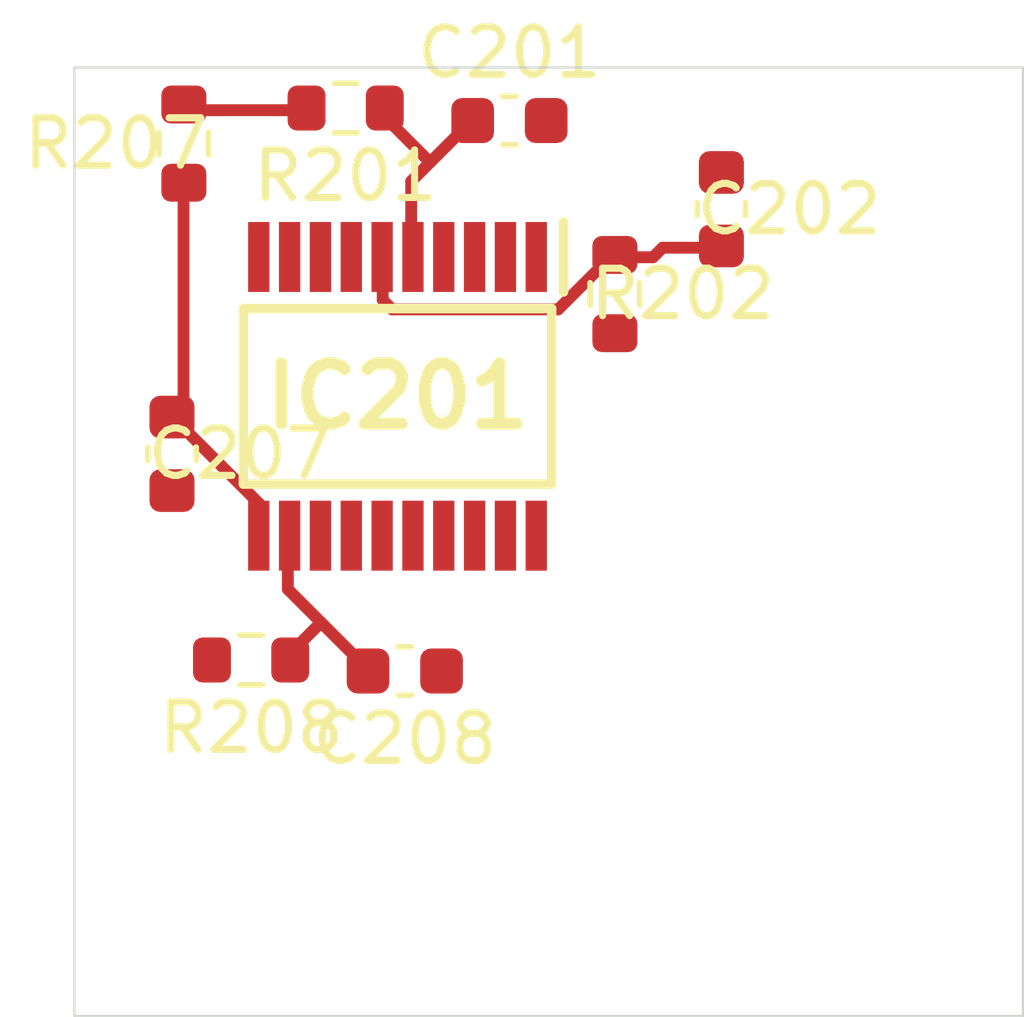
<source format=kicad_pcb>
 ( kicad_pcb  ( version 20171130 )
 ( host pcbnew 5.1.12-84ad8e8a86~92~ubuntu18.04.1 )
 ( general  ( thickness 1.6 )
 ( drawings 4 )
 ( tracks 0 )
 ( zones 0 )
 ( modules 9 )
 ( nets 19 )
)
 ( page A4 )
 ( layers  ( 0 F.Cu signal )
 ( 31 B.Cu signal )
 ( 32 B.Adhes user )
 ( 33 F.Adhes user )
 ( 34 B.Paste user )
 ( 35 F.Paste user )
 ( 36 B.SilkS user )
 ( 37 F.SilkS user )
 ( 38 B.Mask user )
 ( 39 F.Mask user )
 ( 40 Dwgs.User user )
 ( 41 Cmts.User user )
 ( 42 Eco1.User user )
 ( 43 Eco2.User user )
 ( 44 Edge.Cuts user )
 ( 45 Margin user )
 ( 46 B.CrtYd user )
 ( 47 F.CrtYd user )
 ( 48 B.Fab user )
 ( 49 F.Fab user )
)
 ( setup  ( last_trace_width 0.25 )
 ( trace_clearance 0.2 )
 ( zone_clearance 0.508 )
 ( zone_45_only no )
 ( trace_min 0.2 )
 ( via_size 0.8 )
 ( via_drill 0.4 )
 ( via_min_size 0.4 )
 ( via_min_drill 0.3 )
 ( uvia_size 0.3 )
 ( uvia_drill 0.1 )
 ( uvias_allowed no )
 ( uvia_min_size 0.2 )
 ( uvia_min_drill 0.1 )
 ( edge_width 0.05 )
 ( segment_width 0.2 )
 ( pcb_text_width 0.3 )
 ( pcb_text_size 1.5 1.5 )
 ( mod_edge_width 0.12 )
 ( mod_text_size 1 1 )
 ( mod_text_width 0.15 )
 ( pad_size 1.524 1.524 )
 ( pad_drill 0.762 )
 ( pad_to_mask_clearance 0 )
 ( aux_axis_origin 0 0 )
 ( visible_elements FFFFFF7F )
 ( pcbplotparams  ( layerselection 0x010fc_ffffffff )
 ( usegerberextensions false )
 ( usegerberattributes true )
 ( usegerberadvancedattributes true )
 ( creategerberjobfile true )
 ( excludeedgelayer true )
 ( linewidth 0.100000 )
 ( plotframeref false )
 ( viasonmask false )
 ( mode 1 )
 ( useauxorigin false )
 ( hpglpennumber 1 )
 ( hpglpenspeed 20 )
 ( hpglpendiameter 15.000000 )
 ( psnegative false )
 ( psa4output false )
 ( plotreference true )
 ( plotvalue true )
 ( plotinvisibletext false )
 ( padsonsilk false )
 ( subtractmaskfromsilk false )
 ( outputformat 1 )
 ( mirror false )
 ( drillshape 1 )
 ( scaleselection 1 )
 ( outputdirectory "" )
)
)
 ( net 0 "" )
 ( net 1 GND )
 ( net 2 /Sheet6235D886/ch0 )
 ( net 3 /Sheet6235D886/ch1 )
 ( net 4 /Sheet6235D886/ch2 )
 ( net 5 /Sheet6235D886/ch3 )
 ( net 6 /Sheet6235D886/ch4 )
 ( net 7 /Sheet6235D886/ch5 )
 ( net 8 /Sheet6235D886/ch6 )
 ( net 9 /Sheet6235D886/ch7 )
 ( net 10 VDD )
 ( net 11 VDDA )
 ( net 12 /Sheet6235D886/adc_csn )
 ( net 13 /Sheet6235D886/adc_sck )
 ( net 14 /Sheet6235D886/adc_sdi )
 ( net 15 /Sheet6235D886/adc_sdo )
 ( net 16 /Sheet6235D886/vp )
 ( net 17 /Sheet6248AD22/chn0 )
 ( net 18 /Sheet6248AD22/chn3 )
 ( net_class Default "This is the default net class."  ( clearance 0.2 )
 ( trace_width 0.25 )
 ( via_dia 0.8 )
 ( via_drill 0.4 )
 ( uvia_dia 0.3 )
 ( uvia_drill 0.1 )
 ( add_net /Sheet6235D886/adc_csn )
 ( add_net /Sheet6235D886/adc_sck )
 ( add_net /Sheet6235D886/adc_sdi )
 ( add_net /Sheet6235D886/adc_sdo )
 ( add_net /Sheet6235D886/ch0 )
 ( add_net /Sheet6235D886/ch1 )
 ( add_net /Sheet6235D886/ch2 )
 ( add_net /Sheet6235D886/ch3 )
 ( add_net /Sheet6235D886/ch4 )
 ( add_net /Sheet6235D886/ch5 )
 ( add_net /Sheet6235D886/ch6 )
 ( add_net /Sheet6235D886/ch7 )
 ( add_net /Sheet6235D886/vp )
 ( add_net /Sheet6248AD22/chn0 )
 ( add_net /Sheet6248AD22/chn3 )
 ( add_net GND )
 ( add_net VDD )
 ( add_net VDDA )
)
 ( module Capacitor_SMD:C_0603_1608Metric  ( layer F.Cu )
 ( tedit 5F68FEEE )
 ( tstamp 6234222D )
 ( at 89.171714 101.118217 )
 ( descr "Capacitor SMD 0603 (1608 Metric), square (rectangular) end terminal, IPC_7351 nominal, (Body size source: IPC-SM-782 page 76, https://www.pcb-3d.com/wordpress/wp-content/uploads/ipc-sm-782a_amendment_1_and_2.pdf), generated with kicad-footprint-generator" )
 ( tags capacitor )
 ( path /6235D887/623691C5 )
 ( attr smd )
 ( fp_text reference C201  ( at 0 -1.43 )
 ( layer F.SilkS )
 ( effects  ( font  ( size 1 1 )
 ( thickness 0.15 )
)
)
)
 ( fp_text value 0.1uF  ( at 0 1.43 )
 ( layer F.Fab )
 ( effects  ( font  ( size 1 1 )
 ( thickness 0.15 )
)
)
)
 ( fp_line  ( start -0.8 0.4 )
 ( end -0.8 -0.4 )
 ( layer F.Fab )
 ( width 0.1 )
)
 ( fp_line  ( start -0.8 -0.4 )
 ( end 0.8 -0.4 )
 ( layer F.Fab )
 ( width 0.1 )
)
 ( fp_line  ( start 0.8 -0.4 )
 ( end 0.8 0.4 )
 ( layer F.Fab )
 ( width 0.1 )
)
 ( fp_line  ( start 0.8 0.4 )
 ( end -0.8 0.4 )
 ( layer F.Fab )
 ( width 0.1 )
)
 ( fp_line  ( start -0.14058 -0.51 )
 ( end 0.14058 -0.51 )
 ( layer F.SilkS )
 ( width 0.12 )
)
 ( fp_line  ( start -0.14058 0.51 )
 ( end 0.14058 0.51 )
 ( layer F.SilkS )
 ( width 0.12 )
)
 ( fp_line  ( start -1.48 0.73 )
 ( end -1.48 -0.73 )
 ( layer F.CrtYd )
 ( width 0.05 )
)
 ( fp_line  ( start -1.48 -0.73 )
 ( end 1.48 -0.73 )
 ( layer F.CrtYd )
 ( width 0.05 )
)
 ( fp_line  ( start 1.48 -0.73 )
 ( end 1.48 0.73 )
 ( layer F.CrtYd )
 ( width 0.05 )
)
 ( fp_line  ( start 1.48 0.73 )
 ( end -1.48 0.73 )
 ( layer F.CrtYd )
 ( width 0.05 )
)
 ( fp_text user %R  ( at 0 0 )
 ( layer F.Fab )
 ( effects  ( font  ( size 0.4 0.4 )
 ( thickness 0.06 )
)
)
)
 ( pad 2 smd roundrect  ( at 0.775 0 )
 ( size 0.9 0.95 )
 ( layers F.Cu F.Mask F.Paste )
 ( roundrect_rratio 0.25 )
 ( net 1 GND )
)
 ( pad 1 smd roundrect  ( at -0.775 0 )
 ( size 0.9 0.95 )
 ( layers F.Cu F.Mask F.Paste )
 ( roundrect_rratio 0.25 )
 ( net 2 /Sheet6235D886/ch0 )
)
 ( model ${KISYS3DMOD}/Capacitor_SMD.3dshapes/C_0603_1608Metric.wrl  ( at  ( xyz 0 0 0 )
)
 ( scale  ( xyz 1 1 1 )
)
 ( rotate  ( xyz 0 0 0 )
)
)
)
 ( module Capacitor_SMD:C_0603_1608Metric  ( layer F.Cu )
 ( tedit 5F68FEEE )
 ( tstamp 6234223E )
 ( at 93.640119 102.987823 270.000000 )
 ( descr "Capacitor SMD 0603 (1608 Metric), square (rectangular) end terminal, IPC_7351 nominal, (Body size source: IPC-SM-782 page 76, https://www.pcb-3d.com/wordpress/wp-content/uploads/ipc-sm-782a_amendment_1_and_2.pdf), generated with kicad-footprint-generator" )
 ( tags capacitor )
 ( path /6235D887/62369EE0 )
 ( attr smd )
 ( fp_text reference C202  ( at 0 -1.43 )
 ( layer F.SilkS )
 ( effects  ( font  ( size 1 1 )
 ( thickness 0.15 )
)
)
)
 ( fp_text value 0.1uF  ( at 0 1.43 )
 ( layer F.Fab )
 ( effects  ( font  ( size 1 1 )
 ( thickness 0.15 )
)
)
)
 ( fp_line  ( start 1.48 0.73 )
 ( end -1.48 0.73 )
 ( layer F.CrtYd )
 ( width 0.05 )
)
 ( fp_line  ( start 1.48 -0.73 )
 ( end 1.48 0.73 )
 ( layer F.CrtYd )
 ( width 0.05 )
)
 ( fp_line  ( start -1.48 -0.73 )
 ( end 1.48 -0.73 )
 ( layer F.CrtYd )
 ( width 0.05 )
)
 ( fp_line  ( start -1.48 0.73 )
 ( end -1.48 -0.73 )
 ( layer F.CrtYd )
 ( width 0.05 )
)
 ( fp_line  ( start -0.14058 0.51 )
 ( end 0.14058 0.51 )
 ( layer F.SilkS )
 ( width 0.12 )
)
 ( fp_line  ( start -0.14058 -0.51 )
 ( end 0.14058 -0.51 )
 ( layer F.SilkS )
 ( width 0.12 )
)
 ( fp_line  ( start 0.8 0.4 )
 ( end -0.8 0.4 )
 ( layer F.Fab )
 ( width 0.1 )
)
 ( fp_line  ( start 0.8 -0.4 )
 ( end 0.8 0.4 )
 ( layer F.Fab )
 ( width 0.1 )
)
 ( fp_line  ( start -0.8 -0.4 )
 ( end 0.8 -0.4 )
 ( layer F.Fab )
 ( width 0.1 )
)
 ( fp_line  ( start -0.8 0.4 )
 ( end -0.8 -0.4 )
 ( layer F.Fab )
 ( width 0.1 )
)
 ( fp_text user %R  ( at 0 0 )
 ( layer F.Fab )
 ( effects  ( font  ( size 0.4 0.4 )
 ( thickness 0.06 )
)
)
)
 ( pad 1 smd roundrect  ( at -0.775 0 270.000000 )
 ( size 0.9 0.95 )
 ( layers F.Cu F.Mask F.Paste )
 ( roundrect_rratio 0.25 )
 ( net 1 GND )
)
 ( pad 2 smd roundrect  ( at 0.775 0 270.000000 )
 ( size 0.9 0.95 )
 ( layers F.Cu F.Mask F.Paste )
 ( roundrect_rratio 0.25 )
 ( net 3 /Sheet6235D886/ch1 )
)
 ( model ${KISYS3DMOD}/Capacitor_SMD.3dshapes/C_0603_1608Metric.wrl  ( at  ( xyz 0 0 0 )
)
 ( scale  ( xyz 1 1 1 )
)
 ( rotate  ( xyz 0 0 0 )
)
)
)
 ( module Capacitor_SMD:C_0603_1608Metric  ( layer F.Cu )
 ( tedit 5F68FEEE )
 ( tstamp 62342293 )
 ( at 82.057143 108.145369 270.000000 )
 ( descr "Capacitor SMD 0603 (1608 Metric), square (rectangular) end terminal, IPC_7351 nominal, (Body size source: IPC-SM-782 page 76, https://www.pcb-3d.com/wordpress/wp-content/uploads/ipc-sm-782a_amendment_1_and_2.pdf), generated with kicad-footprint-generator" )
 ( tags capacitor )
 ( path /6235D887/6238B3FE )
 ( attr smd )
 ( fp_text reference C207  ( at 0 -1.43 )
 ( layer F.SilkS )
 ( effects  ( font  ( size 1 1 )
 ( thickness 0.15 )
)
)
)
 ( fp_text value 0.1uF  ( at 0 1.43 )
 ( layer F.Fab )
 ( effects  ( font  ( size 1 1 )
 ( thickness 0.15 )
)
)
)
 ( fp_line  ( start -0.8 0.4 )
 ( end -0.8 -0.4 )
 ( layer F.Fab )
 ( width 0.1 )
)
 ( fp_line  ( start -0.8 -0.4 )
 ( end 0.8 -0.4 )
 ( layer F.Fab )
 ( width 0.1 )
)
 ( fp_line  ( start 0.8 -0.4 )
 ( end 0.8 0.4 )
 ( layer F.Fab )
 ( width 0.1 )
)
 ( fp_line  ( start 0.8 0.4 )
 ( end -0.8 0.4 )
 ( layer F.Fab )
 ( width 0.1 )
)
 ( fp_line  ( start -0.14058 -0.51 )
 ( end 0.14058 -0.51 )
 ( layer F.SilkS )
 ( width 0.12 )
)
 ( fp_line  ( start -0.14058 0.51 )
 ( end 0.14058 0.51 )
 ( layer F.SilkS )
 ( width 0.12 )
)
 ( fp_line  ( start -1.48 0.73 )
 ( end -1.48 -0.73 )
 ( layer F.CrtYd )
 ( width 0.05 )
)
 ( fp_line  ( start -1.48 -0.73 )
 ( end 1.48 -0.73 )
 ( layer F.CrtYd )
 ( width 0.05 )
)
 ( fp_line  ( start 1.48 -0.73 )
 ( end 1.48 0.73 )
 ( layer F.CrtYd )
 ( width 0.05 )
)
 ( fp_line  ( start 1.48 0.73 )
 ( end -1.48 0.73 )
 ( layer F.CrtYd )
 ( width 0.05 )
)
 ( fp_text user %R  ( at 0 0 )
 ( layer F.Fab )
 ( effects  ( font  ( size 0.4 0.4 )
 ( thickness 0.06 )
)
)
)
 ( pad 2 smd roundrect  ( at 0.775 0 270.000000 )
 ( size 0.9 0.95 )
 ( layers F.Cu F.Mask F.Paste )
 ( roundrect_rratio 0.25 )
 ( net 1 GND )
)
 ( pad 1 smd roundrect  ( at -0.775 0 270.000000 )
 ( size 0.9 0.95 )
 ( layers F.Cu F.Mask F.Paste )
 ( roundrect_rratio 0.25 )
 ( net 8 /Sheet6235D886/ch6 )
)
 ( model ${KISYS3DMOD}/Capacitor_SMD.3dshapes/C_0603_1608Metric.wrl  ( at  ( xyz 0 0 0 )
)
 ( scale  ( xyz 1 1 1 )
)
 ( rotate  ( xyz 0 0 0 )
)
)
)
 ( module Capacitor_SMD:C_0603_1608Metric  ( layer F.Cu )
 ( tedit 5F68FEEE )
 ( tstamp 623422A4 )
 ( at 86.965167 112.724157 180.000000 )
 ( descr "Capacitor SMD 0603 (1608 Metric), square (rectangular) end terminal, IPC_7351 nominal, (Body size source: IPC-SM-782 page 76, https://www.pcb-3d.com/wordpress/wp-content/uploads/ipc-sm-782a_amendment_1_and_2.pdf), generated with kicad-footprint-generator" )
 ( tags capacitor )
 ( path /6235D887/6238B404 )
 ( attr smd )
 ( fp_text reference C208  ( at 0 -1.43 )
 ( layer F.SilkS )
 ( effects  ( font  ( size 1 1 )
 ( thickness 0.15 )
)
)
)
 ( fp_text value 0.1uF  ( at 0 1.43 )
 ( layer F.Fab )
 ( effects  ( font  ( size 1 1 )
 ( thickness 0.15 )
)
)
)
 ( fp_line  ( start 1.48 0.73 )
 ( end -1.48 0.73 )
 ( layer F.CrtYd )
 ( width 0.05 )
)
 ( fp_line  ( start 1.48 -0.73 )
 ( end 1.48 0.73 )
 ( layer F.CrtYd )
 ( width 0.05 )
)
 ( fp_line  ( start -1.48 -0.73 )
 ( end 1.48 -0.73 )
 ( layer F.CrtYd )
 ( width 0.05 )
)
 ( fp_line  ( start -1.48 0.73 )
 ( end -1.48 -0.73 )
 ( layer F.CrtYd )
 ( width 0.05 )
)
 ( fp_line  ( start -0.14058 0.51 )
 ( end 0.14058 0.51 )
 ( layer F.SilkS )
 ( width 0.12 )
)
 ( fp_line  ( start -0.14058 -0.51 )
 ( end 0.14058 -0.51 )
 ( layer F.SilkS )
 ( width 0.12 )
)
 ( fp_line  ( start 0.8 0.4 )
 ( end -0.8 0.4 )
 ( layer F.Fab )
 ( width 0.1 )
)
 ( fp_line  ( start 0.8 -0.4 )
 ( end 0.8 0.4 )
 ( layer F.Fab )
 ( width 0.1 )
)
 ( fp_line  ( start -0.8 -0.4 )
 ( end 0.8 -0.4 )
 ( layer F.Fab )
 ( width 0.1 )
)
 ( fp_line  ( start -0.8 0.4 )
 ( end -0.8 -0.4 )
 ( layer F.Fab )
 ( width 0.1 )
)
 ( fp_text user %R  ( at 0 0 )
 ( layer F.Fab )
 ( effects  ( font  ( size 0.4 0.4 )
 ( thickness 0.06 )
)
)
)
 ( pad 1 smd roundrect  ( at -0.775 0 180.000000 )
 ( size 0.9 0.95 )
 ( layers F.Cu F.Mask F.Paste )
 ( roundrect_rratio 0.25 )
 ( net 1 GND )
)
 ( pad 2 smd roundrect  ( at 0.775 0 180.000000 )
 ( size 0.9 0.95 )
 ( layers F.Cu F.Mask F.Paste )
 ( roundrect_rratio 0.25 )
 ( net 9 /Sheet6235D886/ch7 )
)
 ( model ${KISYS3DMOD}/Capacitor_SMD.3dshapes/C_0603_1608Metric.wrl  ( at  ( xyz 0 0 0 )
)
 ( scale  ( xyz 1 1 1 )
)
 ( rotate  ( xyz 0 0 0 )
)
)
)
 ( module MCP3564R-E_ST:SOP65P640X120-20N locked  ( layer F.Cu )
 ( tedit 623351C2 )
 ( tstamp 623423D6 )
 ( at 86.812100 106.933000 270.000000 )
 ( descr "20-Lead Plastic Thin Shrink Small Outline (ST) - 4.4mm body [TSSOP]" )
 ( tags "Integrated Circuit" )
 ( path /6235D887/6235E071 )
 ( attr smd )
 ( fp_text reference IC201  ( at 0 0 )
 ( layer F.SilkS )
 ( effects  ( font  ( size 1.27 1.27 )
 ( thickness 0.254 )
)
)
)
 ( fp_text value MCP3564R-E_ST  ( at 0 0 )
 ( layer F.SilkS )
hide  ( effects  ( font  ( size 1.27 1.27 )
 ( thickness 0.254 )
)
)
)
 ( fp_line  ( start -3.925 -3.55 )
 ( end 3.925 -3.55 )
 ( layer Dwgs.User )
 ( width 0.05 )
)
 ( fp_line  ( start 3.925 -3.55 )
 ( end 3.925 3.55 )
 ( layer Dwgs.User )
 ( width 0.05 )
)
 ( fp_line  ( start 3.925 3.55 )
 ( end -3.925 3.55 )
 ( layer Dwgs.User )
 ( width 0.05 )
)
 ( fp_line  ( start -3.925 3.55 )
 ( end -3.925 -3.55 )
 ( layer Dwgs.User )
 ( width 0.05 )
)
 ( fp_line  ( start -2.2 -3.25 )
 ( end 2.2 -3.25 )
 ( layer Dwgs.User )
 ( width 0.1 )
)
 ( fp_line  ( start 2.2 -3.25 )
 ( end 2.2 3.25 )
 ( layer Dwgs.User )
 ( width 0.1 )
)
 ( fp_line  ( start 2.2 3.25 )
 ( end -2.2 3.25 )
 ( layer Dwgs.User )
 ( width 0.1 )
)
 ( fp_line  ( start -2.2 3.25 )
 ( end -2.2 -3.25 )
 ( layer Dwgs.User )
 ( width 0.1 )
)
 ( fp_line  ( start -2.2 -2.6 )
 ( end -1.55 -3.25 )
 ( layer Dwgs.User )
 ( width 0.1 )
)
 ( fp_line  ( start -1.85 -3.25 )
 ( end 1.85 -3.25 )
 ( layer F.SilkS )
 ( width 0.2 )
)
 ( fp_line  ( start 1.85 -3.25 )
 ( end 1.85 3.25 )
 ( layer F.SilkS )
 ( width 0.2 )
)
 ( fp_line  ( start 1.85 3.25 )
 ( end -1.85 3.25 )
 ( layer F.SilkS )
 ( width 0.2 )
)
 ( fp_line  ( start -1.85 3.25 )
 ( end -1.85 -3.25 )
 ( layer F.SilkS )
 ( width 0.2 )
)
 ( fp_line  ( start -3.675 -3.5 )
 ( end -2.2 -3.5 )
 ( layer F.SilkS )
 ( width 0.2 )
)
 ( pad 1 smd rect  ( at -2.938 -2.925 )
 ( size 0.45 1.475 )
 ( layers F.Cu F.Mask F.Paste )
 ( net 11 VDDA )
)
 ( pad 2 smd rect  ( at -2.938 -2.275 )
 ( size 0.45 1.475 )
 ( layers F.Cu F.Mask F.Paste )
 ( net 1 GND )
)
 ( pad 3 smd rect  ( at -2.938 -1.625 )
 ( size 0.45 1.475 )
 ( layers F.Cu F.Mask F.Paste )
 ( net 1 GND )
)
 ( pad 4 smd rect  ( at -2.938 -0.975 )
 ( size 0.45 1.475 )
 ( layers F.Cu F.Mask F.Paste )
)
 ( pad 5 smd rect  ( at -2.938 -0.325 )
 ( size 0.45 1.475 )
 ( layers F.Cu F.Mask F.Paste )
 ( net 2 /Sheet6235D886/ch0 )
)
 ( pad 6 smd rect  ( at -2.938 0.325 )
 ( size 0.45 1.475 )
 ( layers F.Cu F.Mask F.Paste )
 ( net 3 /Sheet6235D886/ch1 )
)
 ( pad 7 smd rect  ( at -2.938 0.975 )
 ( size 0.45 1.475 )
 ( layers F.Cu F.Mask F.Paste )
 ( net 4 /Sheet6235D886/ch2 )
)
 ( pad 8 smd rect  ( at -2.938 1.625 )
 ( size 0.45 1.475 )
 ( layers F.Cu F.Mask F.Paste )
 ( net 5 /Sheet6235D886/ch3 )
)
 ( pad 9 smd rect  ( at -2.938 2.275 )
 ( size 0.45 1.475 )
 ( layers F.Cu F.Mask F.Paste )
 ( net 6 /Sheet6235D886/ch4 )
)
 ( pad 10 smd rect  ( at -2.938 2.925 )
 ( size 0.45 1.475 )
 ( layers F.Cu F.Mask F.Paste )
 ( net 7 /Sheet6235D886/ch5 )
)
 ( pad 11 smd rect  ( at 2.938 2.925 )
 ( size 0.45 1.475 )
 ( layers F.Cu F.Mask F.Paste )
 ( net 8 /Sheet6235D886/ch6 )
)
 ( pad 12 smd rect  ( at 2.938 2.275 )
 ( size 0.45 1.475 )
 ( layers F.Cu F.Mask F.Paste )
 ( net 9 /Sheet6235D886/ch7 )
)
 ( pad 13 smd rect  ( at 2.938 1.625 )
 ( size 0.45 1.475 )
 ( layers F.Cu F.Mask F.Paste )
 ( net 12 /Sheet6235D886/adc_csn )
)
 ( pad 14 smd rect  ( at 2.938 0.975 )
 ( size 0.45 1.475 )
 ( layers F.Cu F.Mask F.Paste )
 ( net 13 /Sheet6235D886/adc_sck )
)
 ( pad 15 smd rect  ( at 2.938 0.325 )
 ( size 0.45 1.475 )
 ( layers F.Cu F.Mask F.Paste )
 ( net 14 /Sheet6235D886/adc_sdi )
)
 ( pad 16 smd rect  ( at 2.938 -0.325 )
 ( size 0.45 1.475 )
 ( layers F.Cu F.Mask F.Paste )
 ( net 15 /Sheet6235D886/adc_sdo )
)
 ( pad 17 smd rect  ( at 2.938 -0.975 )
 ( size 0.45 1.475 )
 ( layers F.Cu F.Mask F.Paste )
)
 ( pad 18 smd rect  ( at 2.938 -1.625 )
 ( size 0.45 1.475 )
 ( layers F.Cu F.Mask F.Paste )
)
 ( pad 19 smd rect  ( at 2.938 -2.275 )
 ( size 0.45 1.475 )
 ( layers F.Cu F.Mask F.Paste )
 ( net 1 GND )
)
 ( pad 20 smd rect  ( at 2.938 -2.925 )
 ( size 0.45 1.475 )
 ( layers F.Cu F.Mask F.Paste )
 ( net 10 VDD )
)
)
 ( module Resistor_SMD:R_0603_1608Metric  ( layer F.Cu )
 ( tedit 5F68FEEE )
 ( tstamp 6234250D )
 ( at 85.718755 100.855000 180.000000 )
 ( descr "Resistor SMD 0603 (1608 Metric), square (rectangular) end terminal, IPC_7351 nominal, (Body size source: IPC-SM-782 page 72, https://www.pcb-3d.com/wordpress/wp-content/uploads/ipc-sm-782a_amendment_1_and_2.pdf), generated with kicad-footprint-generator" )
 ( tags resistor )
 ( path /6235D887/623641B7 )
 ( attr smd )
 ( fp_text reference R201  ( at 0 -1.43 )
 ( layer F.SilkS )
 ( effects  ( font  ( size 1 1 )
 ( thickness 0.15 )
)
)
)
 ( fp_text value 1k  ( at 0 1.43 )
 ( layer F.Fab )
 ( effects  ( font  ( size 1 1 )
 ( thickness 0.15 )
)
)
)
 ( fp_line  ( start -0.8 0.4125 )
 ( end -0.8 -0.4125 )
 ( layer F.Fab )
 ( width 0.1 )
)
 ( fp_line  ( start -0.8 -0.4125 )
 ( end 0.8 -0.4125 )
 ( layer F.Fab )
 ( width 0.1 )
)
 ( fp_line  ( start 0.8 -0.4125 )
 ( end 0.8 0.4125 )
 ( layer F.Fab )
 ( width 0.1 )
)
 ( fp_line  ( start 0.8 0.4125 )
 ( end -0.8 0.4125 )
 ( layer F.Fab )
 ( width 0.1 )
)
 ( fp_line  ( start -0.237258 -0.5225 )
 ( end 0.237258 -0.5225 )
 ( layer F.SilkS )
 ( width 0.12 )
)
 ( fp_line  ( start -0.237258 0.5225 )
 ( end 0.237258 0.5225 )
 ( layer F.SilkS )
 ( width 0.12 )
)
 ( fp_line  ( start -1.48 0.73 )
 ( end -1.48 -0.73 )
 ( layer F.CrtYd )
 ( width 0.05 )
)
 ( fp_line  ( start -1.48 -0.73 )
 ( end 1.48 -0.73 )
 ( layer F.CrtYd )
 ( width 0.05 )
)
 ( fp_line  ( start 1.48 -0.73 )
 ( end 1.48 0.73 )
 ( layer F.CrtYd )
 ( width 0.05 )
)
 ( fp_line  ( start 1.48 0.73 )
 ( end -1.48 0.73 )
 ( layer F.CrtYd )
 ( width 0.05 )
)
 ( fp_text user %R  ( at 0 0 )
 ( layer F.Fab )
 ( effects  ( font  ( size 0.4 0.4 )
 ( thickness 0.06 )
)
)
)
 ( pad 2 smd roundrect  ( at 0.825 0 180.000000 )
 ( size 0.8 0.95 )
 ( layers F.Cu F.Mask F.Paste )
 ( roundrect_rratio 0.25 )
 ( net 16 /Sheet6235D886/vp )
)
 ( pad 1 smd roundrect  ( at -0.825 0 180.000000 )
 ( size 0.8 0.95 )
 ( layers F.Cu F.Mask F.Paste )
 ( roundrect_rratio 0.25 )
 ( net 2 /Sheet6235D886/ch0 )
)
 ( model ${KISYS3DMOD}/Resistor_SMD.3dshapes/R_0603_1608Metric.wrl  ( at  ( xyz 0 0 0 )
)
 ( scale  ( xyz 1 1 1 )
)
 ( rotate  ( xyz 0 0 0 )
)
)
)
 ( module Resistor_SMD:R_0603_1608Metric  ( layer F.Cu )
 ( tedit 5F68FEEE )
 ( tstamp 6234251E )
 ( at 91.395009 104.776824 270.000000 )
 ( descr "Resistor SMD 0603 (1608 Metric), square (rectangular) end terminal, IPC_7351 nominal, (Body size source: IPC-SM-782 page 72, https://www.pcb-3d.com/wordpress/wp-content/uploads/ipc-sm-782a_amendment_1_and_2.pdf), generated with kicad-footprint-generator" )
 ( tags resistor )
 ( path /6235D887/6236A646 )
 ( attr smd )
 ( fp_text reference R202  ( at 0 -1.43 )
 ( layer F.SilkS )
 ( effects  ( font  ( size 1 1 )
 ( thickness 0.15 )
)
)
)
 ( fp_text value 1k  ( at 0 1.43 )
 ( layer F.Fab )
 ( effects  ( font  ( size 1 1 )
 ( thickness 0.15 )
)
)
)
 ( fp_line  ( start 1.48 0.73 )
 ( end -1.48 0.73 )
 ( layer F.CrtYd )
 ( width 0.05 )
)
 ( fp_line  ( start 1.48 -0.73 )
 ( end 1.48 0.73 )
 ( layer F.CrtYd )
 ( width 0.05 )
)
 ( fp_line  ( start -1.48 -0.73 )
 ( end 1.48 -0.73 )
 ( layer F.CrtYd )
 ( width 0.05 )
)
 ( fp_line  ( start -1.48 0.73 )
 ( end -1.48 -0.73 )
 ( layer F.CrtYd )
 ( width 0.05 )
)
 ( fp_line  ( start -0.237258 0.5225 )
 ( end 0.237258 0.5225 )
 ( layer F.SilkS )
 ( width 0.12 )
)
 ( fp_line  ( start -0.237258 -0.5225 )
 ( end 0.237258 -0.5225 )
 ( layer F.SilkS )
 ( width 0.12 )
)
 ( fp_line  ( start 0.8 0.4125 )
 ( end -0.8 0.4125 )
 ( layer F.Fab )
 ( width 0.1 )
)
 ( fp_line  ( start 0.8 -0.4125 )
 ( end 0.8 0.4125 )
 ( layer F.Fab )
 ( width 0.1 )
)
 ( fp_line  ( start -0.8 -0.4125 )
 ( end 0.8 -0.4125 )
 ( layer F.Fab )
 ( width 0.1 )
)
 ( fp_line  ( start -0.8 0.4125 )
 ( end -0.8 -0.4125 )
 ( layer F.Fab )
 ( width 0.1 )
)
 ( fp_text user %R  ( at 0 0 )
 ( layer F.Fab )
 ( effects  ( font  ( size 0.4 0.4 )
 ( thickness 0.06 )
)
)
)
 ( pad 1 smd roundrect  ( at -0.825 0 270.000000 )
 ( size 0.8 0.95 )
 ( layers F.Cu F.Mask F.Paste )
 ( roundrect_rratio 0.25 )
 ( net 3 /Sheet6235D886/ch1 )
)
 ( pad 2 smd roundrect  ( at 0.825 0 270.000000 )
 ( size 0.8 0.95 )
 ( layers F.Cu F.Mask F.Paste )
 ( roundrect_rratio 0.25 )
 ( net 17 /Sheet6248AD22/chn0 )
)
 ( model ${KISYS3DMOD}/Resistor_SMD.3dshapes/R_0603_1608Metric.wrl  ( at  ( xyz 0 0 0 )
)
 ( scale  ( xyz 1 1 1 )
)
 ( rotate  ( xyz 0 0 0 )
)
)
)
 ( module Resistor_SMD:R_0603_1608Metric  ( layer F.Cu )
 ( tedit 5F68FEEE )
 ( tstamp 62342573 )
 ( at 82.307273 101.605000 90.000000 )
 ( descr "Resistor SMD 0603 (1608 Metric), square (rectangular) end terminal, IPC_7351 nominal, (Body size source: IPC-SM-782 page 72, https://www.pcb-3d.com/wordpress/wp-content/uploads/ipc-sm-782a_amendment_1_and_2.pdf), generated with kicad-footprint-generator" )
 ( tags resistor )
 ( path /6235D887/6238B3F8 )
 ( attr smd )
 ( fp_text reference R207  ( at 0 -1.43 )
 ( layer F.SilkS )
 ( effects  ( font  ( size 1 1 )
 ( thickness 0.15 )
)
)
)
 ( fp_text value 1k  ( at 0 1.43 )
 ( layer F.Fab )
 ( effects  ( font  ( size 1 1 )
 ( thickness 0.15 )
)
)
)
 ( fp_line  ( start -0.8 0.4125 )
 ( end -0.8 -0.4125 )
 ( layer F.Fab )
 ( width 0.1 )
)
 ( fp_line  ( start -0.8 -0.4125 )
 ( end 0.8 -0.4125 )
 ( layer F.Fab )
 ( width 0.1 )
)
 ( fp_line  ( start 0.8 -0.4125 )
 ( end 0.8 0.4125 )
 ( layer F.Fab )
 ( width 0.1 )
)
 ( fp_line  ( start 0.8 0.4125 )
 ( end -0.8 0.4125 )
 ( layer F.Fab )
 ( width 0.1 )
)
 ( fp_line  ( start -0.237258 -0.5225 )
 ( end 0.237258 -0.5225 )
 ( layer F.SilkS )
 ( width 0.12 )
)
 ( fp_line  ( start -0.237258 0.5225 )
 ( end 0.237258 0.5225 )
 ( layer F.SilkS )
 ( width 0.12 )
)
 ( fp_line  ( start -1.48 0.73 )
 ( end -1.48 -0.73 )
 ( layer F.CrtYd )
 ( width 0.05 )
)
 ( fp_line  ( start -1.48 -0.73 )
 ( end 1.48 -0.73 )
 ( layer F.CrtYd )
 ( width 0.05 )
)
 ( fp_line  ( start 1.48 -0.73 )
 ( end 1.48 0.73 )
 ( layer F.CrtYd )
 ( width 0.05 )
)
 ( fp_line  ( start 1.48 0.73 )
 ( end -1.48 0.73 )
 ( layer F.CrtYd )
 ( width 0.05 )
)
 ( fp_text user %R  ( at 0 0 )
 ( layer F.Fab )
 ( effects  ( font  ( size 0.4 0.4 )
 ( thickness 0.06 )
)
)
)
 ( pad 2 smd roundrect  ( at 0.825 0 90.000000 )
 ( size 0.8 0.95 )
 ( layers F.Cu F.Mask F.Paste )
 ( roundrect_rratio 0.25 )
 ( net 16 /Sheet6235D886/vp )
)
 ( pad 1 smd roundrect  ( at -0.825 0 90.000000 )
 ( size 0.8 0.95 )
 ( layers F.Cu F.Mask F.Paste )
 ( roundrect_rratio 0.25 )
 ( net 8 /Sheet6235D886/ch6 )
)
 ( model ${KISYS3DMOD}/Resistor_SMD.3dshapes/R_0603_1608Metric.wrl  ( at  ( xyz 0 0 0 )
)
 ( scale  ( xyz 1 1 1 )
)
 ( rotate  ( xyz 0 0 0 )
)
)
)
 ( module Resistor_SMD:R_0603_1608Metric  ( layer F.Cu )
 ( tedit 5F68FEEE )
 ( tstamp 62342584 )
 ( at 83.724992 112.492139 180.000000 )
 ( descr "Resistor SMD 0603 (1608 Metric), square (rectangular) end terminal, IPC_7351 nominal, (Body size source: IPC-SM-782 page 72, https://www.pcb-3d.com/wordpress/wp-content/uploads/ipc-sm-782a_amendment_1_and_2.pdf), generated with kicad-footprint-generator" )
 ( tags resistor )
 ( path /6235D887/6238B40A )
 ( attr smd )
 ( fp_text reference R208  ( at 0 -1.43 )
 ( layer F.SilkS )
 ( effects  ( font  ( size 1 1 )
 ( thickness 0.15 )
)
)
)
 ( fp_text value 1k  ( at 0 1.43 )
 ( layer F.Fab )
 ( effects  ( font  ( size 1 1 )
 ( thickness 0.15 )
)
)
)
 ( fp_line  ( start 1.48 0.73 )
 ( end -1.48 0.73 )
 ( layer F.CrtYd )
 ( width 0.05 )
)
 ( fp_line  ( start 1.48 -0.73 )
 ( end 1.48 0.73 )
 ( layer F.CrtYd )
 ( width 0.05 )
)
 ( fp_line  ( start -1.48 -0.73 )
 ( end 1.48 -0.73 )
 ( layer F.CrtYd )
 ( width 0.05 )
)
 ( fp_line  ( start -1.48 0.73 )
 ( end -1.48 -0.73 )
 ( layer F.CrtYd )
 ( width 0.05 )
)
 ( fp_line  ( start -0.237258 0.5225 )
 ( end 0.237258 0.5225 )
 ( layer F.SilkS )
 ( width 0.12 )
)
 ( fp_line  ( start -0.237258 -0.5225 )
 ( end 0.237258 -0.5225 )
 ( layer F.SilkS )
 ( width 0.12 )
)
 ( fp_line  ( start 0.8 0.4125 )
 ( end -0.8 0.4125 )
 ( layer F.Fab )
 ( width 0.1 )
)
 ( fp_line  ( start 0.8 -0.4125 )
 ( end 0.8 0.4125 )
 ( layer F.Fab )
 ( width 0.1 )
)
 ( fp_line  ( start -0.8 -0.4125 )
 ( end 0.8 -0.4125 )
 ( layer F.Fab )
 ( width 0.1 )
)
 ( fp_line  ( start -0.8 0.4125 )
 ( end -0.8 -0.4125 )
 ( layer F.Fab )
 ( width 0.1 )
)
 ( fp_text user %R  ( at 0 0 )
 ( layer F.Fab )
 ( effects  ( font  ( size 0.4 0.4 )
 ( thickness 0.06 )
)
)
)
 ( pad 1 smd roundrect  ( at -0.825 0 180.000000 )
 ( size 0.8 0.95 )
 ( layers F.Cu F.Mask F.Paste )
 ( roundrect_rratio 0.25 )
 ( net 9 /Sheet6235D886/ch7 )
)
 ( pad 2 smd roundrect  ( at 0.825 0 180.000000 )
 ( size 0.8 0.95 )
 ( layers F.Cu F.Mask F.Paste )
 ( roundrect_rratio 0.25 )
 ( net 18 /Sheet6248AD22/chn3 )
)
 ( model ${KISYS3DMOD}/Resistor_SMD.3dshapes/R_0603_1608Metric.wrl  ( at  ( xyz 0 0 0 )
)
 ( scale  ( xyz 1 1 1 )
)
 ( rotate  ( xyz 0 0 0 )
)
)
)
 ( gr_line  ( start 100 100 )
 ( end 100 120 )
 ( layer Edge.Cuts )
 ( width 0.05 )
 ( tstamp 62E770C4 )
)
 ( gr_line  ( start 80 120 )
 ( end 100 120 )
 ( layer Edge.Cuts )
 ( width 0.05 )
 ( tstamp 62E770C0 )
)
 ( gr_line  ( start 80 100 )
 ( end 100 100 )
 ( layer Edge.Cuts )
 ( width 0.05 )
 ( tstamp 6234110C )
)
 ( gr_line  ( start 80 100 )
 ( end 80 120 )
 ( layer Edge.Cuts )
 ( width 0.05 )
)
 ( segment  ( start 87.100001 104.000002 )
 ( end 87.100001 102.400002 )
 ( width 0.250000 )
 ( layer F.Cu )
 ( net 2 )
)
 ( segment  ( start 87.100001 102.400002 )
 ( end 88.400001 101.100002 )
 ( width 0.250000 )
 ( layer F.Cu )
 ( net 2 )
)
 ( segment  ( start 86.500001 100.900002 )
 ( end 86.500001 101.000002 )
 ( width 0.250000 )
 ( layer F.Cu )
 ( net 2 )
)
 ( segment  ( start 86.500001 101.000002 )
 ( end 87.500001 102.000002 )
 ( width 0.250000 )
 ( layer F.Cu )
 ( net 2 )
)
 ( segment  ( start 86.500001 104.000002 )
 ( end 86.500001 104.900002 )
 ( width 0.250000 )
 ( layer F.Cu )
 ( net 3 )
)
 ( segment  ( start 86.500001 104.900002 )
 ( end 86.700001 105.100002 )
 ( width 0.250000 )
 ( layer F.Cu )
 ( net 3 )
)
 ( segment  ( start 86.700001 105.100002 )
 ( end 90.200001 105.100002 )
 ( width 0.250000 )
 ( layer F.Cu )
 ( net 3 )
)
 ( segment  ( start 90.200001 105.100002 )
 ( end 91.300001 104.000002 )
 ( width 0.250000 )
 ( layer F.Cu )
 ( net 3 )
)
 ( segment  ( start 91.300001 104.000002 )
 ( end 92.200001 104.000002 )
 ( width 0.250000 )
 ( layer F.Cu )
 ( net 3 )
)
 ( segment  ( start 92.200001 104.000002 )
 ( end 92.400001 103.800002 )
 ( width 0.250000 )
 ( layer F.Cu )
 ( net 3 )
)
 ( segment  ( start 92.400001 103.800002 )
 ( end 93.600001 103.800002 )
 ( width 0.250000 )
 ( layer F.Cu )
 ( net 3 )
)
 ( segment  ( start 83.900001 109.900002 )
 ( end 83.900001 109.200002 )
 ( width 0.250000 )
 ( layer F.Cu )
 ( net 8 )
)
 ( segment  ( start 83.900001 109.200002 )
 ( end 82.100001 107.400002 )
 ( width 0.250000 )
 ( layer F.Cu )
 ( net 8 )
)
 ( segment  ( start 82.300001 102.400002 )
 ( end 82.300001 107.200002 )
 ( width 0.250000 )
 ( layer F.Cu )
 ( net 8 )
)
 ( segment  ( start 82.300001 107.200002 )
 ( end 82.100001 107.400002 )
 ( width 0.250000 )
 ( layer F.Cu )
 ( net 8 )
)
 ( segment  ( start 84.500001 109.900002 )
 ( end 84.500001 111.000002 )
 ( width 0.250000 )
 ( layer F.Cu )
 ( net 9 )
)
 ( segment  ( start 84.500001 111.000002 )
 ( end 86.200001 112.700002 )
 ( width 0.250000 )
 ( layer F.Cu )
 ( net 9 )
)
 ( segment  ( start 84.500001 112.500002 )
 ( end 84.500001 112.400002 )
 ( width 0.250000 )
 ( layer F.Cu )
 ( net 9 )
)
 ( segment  ( start 84.500001 112.400002 )
 ( end 85.200001 111.700002 )
 ( width 0.250000 )
 ( layer F.Cu )
 ( net 9 )
)
 ( segment  ( start 82.300001 100.800002 )
 ( end 82.400001 100.900002 )
 ( width 0.250000 )
 ( layer F.Cu )
 ( net 16 )
)
 ( segment  ( start 82.400001 100.900002 )
 ( end 84.900001 100.900002 )
 ( width 0.250000 )
 ( layer F.Cu )
 ( net 16 )
)
)

</source>
